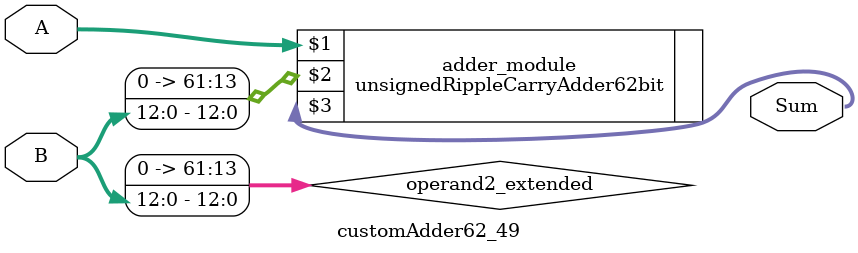
<source format=v>
module customAdder62_49(
                        input [61 : 0] A,
                        input [12 : 0] B,
                        
                        output [62 : 0] Sum
                );

        wire [61 : 0] operand2_extended;
        
        assign operand2_extended =  {49'b0, B};
        
        unsignedRippleCarryAdder62bit adder_module(
            A,
            operand2_extended,
            Sum
        );
        
        endmodule
        
</source>
